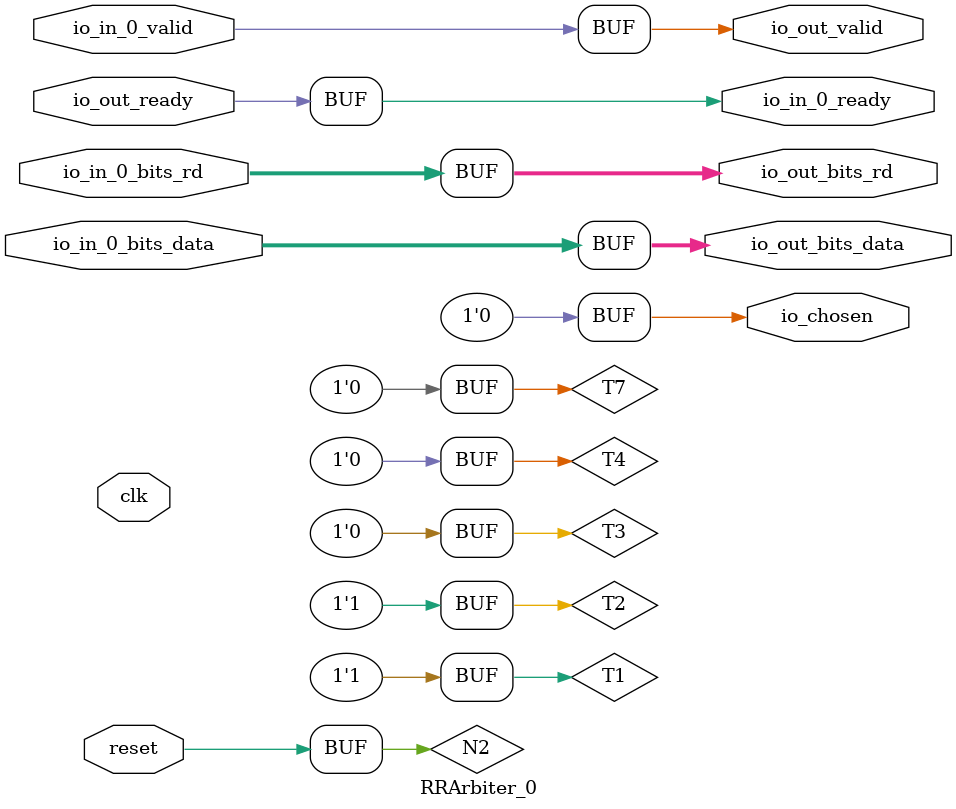
<source format=v>
module RRArbiter_0
(
  clk,
  reset,
  io_in_0_ready,
  io_in_0_valid,
  io_in_0_bits_rd,
  io_in_0_bits_data,
  io_out_ready,
  io_out_valid,
  io_out_bits_rd,
  io_out_bits_data,
  io_chosen
);

  input [4:0] io_in_0_bits_rd;
  input [63:0] io_in_0_bits_data;
  output [4:0] io_out_bits_rd;
  output [63:0] io_out_bits_data;
  input clk;
  input reset;
  input io_in_0_valid;
  input io_out_ready;
  output io_in_0_ready;
  output io_out_valid;
  output io_chosen;
  wire [4:0] io_out_bits_rd;
  wire [63:0] io_out_bits_data;
  wire io_in_0_ready,io_out_valid,io_chosen,N0,N1,N2,io_in_0_valid,T1,T7,T2,T3,T4,T6,
  N3,N4,N5,N6,N7;
  reg last_grant;
  assign io_chosen = 1'b0;
  assign io_out_valid = io_in_0_valid;
  assign io_out_bits_rd[4] = io_in_0_bits_rd[4];
  assign io_out_bits_rd[3] = io_in_0_bits_rd[3];
  assign io_out_bits_rd[2] = io_in_0_bits_rd[2];
  assign io_out_bits_rd[1] = io_in_0_bits_rd[1];
  assign io_out_bits_rd[0] = io_in_0_bits_rd[0];
  assign io_out_bits_data[63] = io_in_0_bits_data[63];
  assign io_out_bits_data[62] = io_in_0_bits_data[62];
  assign io_out_bits_data[61] = io_in_0_bits_data[61];
  assign io_out_bits_data[60] = io_in_0_bits_data[60];
  assign io_out_bits_data[59] = io_in_0_bits_data[59];
  assign io_out_bits_data[58] = io_in_0_bits_data[58];
  assign io_out_bits_data[57] = io_in_0_bits_data[57];
  assign io_out_bits_data[56] = io_in_0_bits_data[56];
  assign io_out_bits_data[55] = io_in_0_bits_data[55];
  assign io_out_bits_data[54] = io_in_0_bits_data[54];
  assign io_out_bits_data[53] = io_in_0_bits_data[53];
  assign io_out_bits_data[52] = io_in_0_bits_data[52];
  assign io_out_bits_data[51] = io_in_0_bits_data[51];
  assign io_out_bits_data[50] = io_in_0_bits_data[50];
  assign io_out_bits_data[49] = io_in_0_bits_data[49];
  assign io_out_bits_data[48] = io_in_0_bits_data[48];
  assign io_out_bits_data[47] = io_in_0_bits_data[47];
  assign io_out_bits_data[46] = io_in_0_bits_data[46];
  assign io_out_bits_data[45] = io_in_0_bits_data[45];
  assign io_out_bits_data[44] = io_in_0_bits_data[44];
  assign io_out_bits_data[43] = io_in_0_bits_data[43];
  assign io_out_bits_data[42] = io_in_0_bits_data[42];
  assign io_out_bits_data[41] = io_in_0_bits_data[41];
  assign io_out_bits_data[40] = io_in_0_bits_data[40];
  assign io_out_bits_data[39] = io_in_0_bits_data[39];
  assign io_out_bits_data[38] = io_in_0_bits_data[38];
  assign io_out_bits_data[37] = io_in_0_bits_data[37];
  assign io_out_bits_data[36] = io_in_0_bits_data[36];
  assign io_out_bits_data[35] = io_in_0_bits_data[35];
  assign io_out_bits_data[34] = io_in_0_bits_data[34];
  assign io_out_bits_data[33] = io_in_0_bits_data[33];
  assign io_out_bits_data[32] = io_in_0_bits_data[32];
  assign io_out_bits_data[31] = io_in_0_bits_data[31];
  assign io_out_bits_data[30] = io_in_0_bits_data[30];
  assign io_out_bits_data[29] = io_in_0_bits_data[29];
  assign io_out_bits_data[28] = io_in_0_bits_data[28];
  assign io_out_bits_data[27] = io_in_0_bits_data[27];
  assign io_out_bits_data[26] = io_in_0_bits_data[26];
  assign io_out_bits_data[25] = io_in_0_bits_data[25];
  assign io_out_bits_data[24] = io_in_0_bits_data[24];
  assign io_out_bits_data[23] = io_in_0_bits_data[23];
  assign io_out_bits_data[22] = io_in_0_bits_data[22];
  assign io_out_bits_data[21] = io_in_0_bits_data[21];
  assign io_out_bits_data[20] = io_in_0_bits_data[20];
  assign io_out_bits_data[19] = io_in_0_bits_data[19];
  assign io_out_bits_data[18] = io_in_0_bits_data[18];
  assign io_out_bits_data[17] = io_in_0_bits_data[17];
  assign io_out_bits_data[16] = io_in_0_bits_data[16];
  assign io_out_bits_data[15] = io_in_0_bits_data[15];
  assign io_out_bits_data[14] = io_in_0_bits_data[14];
  assign io_out_bits_data[13] = io_in_0_bits_data[13];
  assign io_out_bits_data[12] = io_in_0_bits_data[12];
  assign io_out_bits_data[11] = io_in_0_bits_data[11];
  assign io_out_bits_data[10] = io_in_0_bits_data[10];
  assign io_out_bits_data[9] = io_in_0_bits_data[9];
  assign io_out_bits_data[8] = io_in_0_bits_data[8];
  assign io_out_bits_data[7] = io_in_0_bits_data[7];
  assign io_out_bits_data[6] = io_in_0_bits_data[6];
  assign io_out_bits_data[5] = io_in_0_bits_data[5];
  assign io_out_bits_data[4] = io_in_0_bits_data[4];
  assign io_out_bits_data[3] = io_in_0_bits_data[3];
  assign io_out_bits_data[2] = io_in_0_bits_data[2];
  assign io_out_bits_data[1] = io_in_0_bits_data[1];
  assign io_out_bits_data[0] = io_in_0_bits_data[0];
  assign T4 = N0 & 1'b0;
  assign N0 = ~last_grant;
  assign T7 = N1 & 1'b0;
  assign N1 = ~last_grant;

  always @(posedge clk) begin
    if(N5) begin
      last_grant <= 1'b0;
    end 
  end

  assign N5 = (N2)? 1'b1 : 
              (N7)? 1'b1 : 
              (N4)? 1'b0 : 1'b0;
  assign N2 = reset;
  assign io_in_0_ready = T1 & io_out_ready;
  assign T1 = T7 | T2;
  assign T2 = ~T3;
  assign T3 = io_in_0_valid & T4;
  assign T6 = io_out_ready & io_in_0_valid;
  assign N3 = T6 | reset;
  assign N4 = ~N3;
  assign N6 = ~reset;
  assign N7 = T6 & N6;

endmodule
</source>
